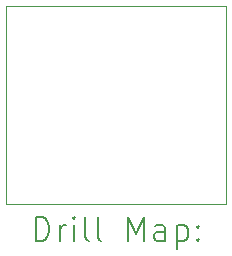
<source format=gbr>
%FSLAX45Y45*%
G04 Gerber Fmt 4.5, Leading zero omitted, Abs format (unit mm)*
G04 Created by KiCad (PCBNEW 6.0.1) date 2022-02-12 22:06:03*
%MOMM*%
%LPD*%
G01*
G04 APERTURE LIST*
%TA.AperFunction,Profile*%
%ADD10C,0.100000*%
%TD*%
%ADD11C,0.200000*%
G04 APERTURE END LIST*
D10*
X15812500Y-9200000D02*
X15812500Y-9405000D01*
X14172500Y-9005000D02*
X15812500Y-9005000D01*
X13952500Y-9005000D02*
X14172500Y-9005000D01*
X13952500Y-9240000D02*
X13952500Y-10670000D01*
X13952500Y-10675000D02*
X14022500Y-10675000D01*
X15627500Y-10675000D02*
X15717500Y-10675000D01*
X15812500Y-9005000D02*
X15812500Y-9200000D01*
X14022500Y-10675000D02*
X14637500Y-10675000D01*
X15812500Y-10070000D02*
X15812500Y-10335000D01*
X13952500Y-10670000D02*
X13952500Y-10675000D01*
X14637500Y-10675000D02*
X15627500Y-10675000D01*
X15812500Y-9405000D02*
X15812500Y-9805000D01*
X15812500Y-9805000D02*
X15812500Y-10070000D01*
X15812500Y-10675000D02*
X15717500Y-10675000D01*
X15812500Y-10335000D02*
X15812500Y-10675000D01*
X13952500Y-9005000D02*
X13952500Y-9240000D01*
D11*
X14205119Y-10990476D02*
X14205119Y-10790476D01*
X14252738Y-10790476D01*
X14281309Y-10800000D01*
X14300357Y-10819048D01*
X14309881Y-10838095D01*
X14319405Y-10876190D01*
X14319405Y-10904762D01*
X14309881Y-10942857D01*
X14300357Y-10961905D01*
X14281309Y-10980952D01*
X14252738Y-10990476D01*
X14205119Y-10990476D01*
X14405119Y-10990476D02*
X14405119Y-10857143D01*
X14405119Y-10895238D02*
X14414643Y-10876190D01*
X14424167Y-10866667D01*
X14443214Y-10857143D01*
X14462262Y-10857143D01*
X14528928Y-10990476D02*
X14528928Y-10857143D01*
X14528928Y-10790476D02*
X14519405Y-10800000D01*
X14528928Y-10809524D01*
X14538452Y-10800000D01*
X14528928Y-10790476D01*
X14528928Y-10809524D01*
X14652738Y-10990476D02*
X14633690Y-10980952D01*
X14624167Y-10961905D01*
X14624167Y-10790476D01*
X14757500Y-10990476D02*
X14738452Y-10980952D01*
X14728928Y-10961905D01*
X14728928Y-10790476D01*
X14986071Y-10990476D02*
X14986071Y-10790476D01*
X15052738Y-10933333D01*
X15119405Y-10790476D01*
X15119405Y-10990476D01*
X15300357Y-10990476D02*
X15300357Y-10885714D01*
X15290833Y-10866667D01*
X15271786Y-10857143D01*
X15233690Y-10857143D01*
X15214643Y-10866667D01*
X15300357Y-10980952D02*
X15281309Y-10990476D01*
X15233690Y-10990476D01*
X15214643Y-10980952D01*
X15205119Y-10961905D01*
X15205119Y-10942857D01*
X15214643Y-10923810D01*
X15233690Y-10914286D01*
X15281309Y-10914286D01*
X15300357Y-10904762D01*
X15395595Y-10857143D02*
X15395595Y-11057143D01*
X15395595Y-10866667D02*
X15414643Y-10857143D01*
X15452738Y-10857143D01*
X15471786Y-10866667D01*
X15481309Y-10876190D01*
X15490833Y-10895238D01*
X15490833Y-10952381D01*
X15481309Y-10971429D01*
X15471786Y-10980952D01*
X15452738Y-10990476D01*
X15414643Y-10990476D01*
X15395595Y-10980952D01*
X15576548Y-10971429D02*
X15586071Y-10980952D01*
X15576548Y-10990476D01*
X15567024Y-10980952D01*
X15576548Y-10971429D01*
X15576548Y-10990476D01*
X15576548Y-10866667D02*
X15586071Y-10876190D01*
X15576548Y-10885714D01*
X15567024Y-10876190D01*
X15576548Y-10866667D01*
X15576548Y-10885714D01*
M02*

</source>
